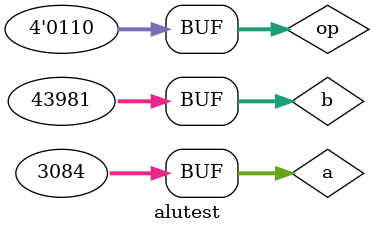
<source format=v>
`timescale 1ns / 1ps


module alutest;

	// Inputs
	reg [31:0] a;
	reg [31:0] b;
	reg [3:0] op;

	// Outputs
	wire [31:0] result;
	wire zero;

	// Instantiate the Unit Under Test (UUT)
	alu uut (
		.a(a), 
		.b(b), 
		.op(op), 
		.result(result), 
		.zero(zero)
	);

	initial begin
		// Initialize Inputs
		a = 0;
		b = 0;
		op = 0;

		// Wait 100 ns for global reset to finish
		#100;a=32'hABCD;b=32'hABCD;op=4'b0100;
		#100;a=32'h0C0C;b=32'hABCD;op=4'b0000;
		#100;a=32'h0C0C;b=32'hABCD;op=4'b0001;
		#100;a=32'h0C0C;b=32'hABCD;op=4'b0101;
		#100;a=32'h0C0C;b=32'hABCD;op=4'b0010;
		#100;a=32'h0C0C;b=32'hABCD;op=4'b0110;
        
		// Add stimulus here

	end
      
endmodule


</source>
